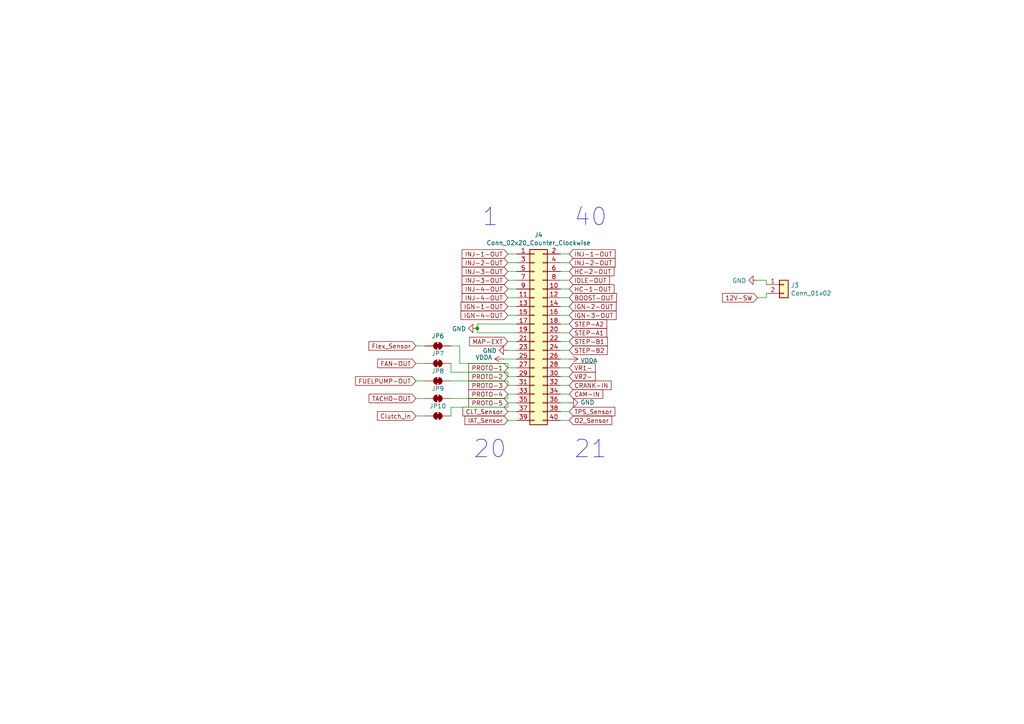
<source format=kicad_sch>
(kicad_sch (version 20250114) (generator "eeschema") (generator_version "9.0")
  (paper "A4")
  (title_block (title "0.4") (date "2021-03-27") (rev "4d") (company "Speeduino"))
  (lib_symbols
    (symbol "Connector_Generic:Conn_01x02" (pin_names (offset 1.016) (hide yes))
      (property "Reference" "J" (at 0 2.54 0))
      (property "Value" "Conn_01x02" (at 0 -5.08 0))
      (symbol "Conn_01x02_1_1"
        (rectangle (start -1.27 1.27) (end 1.27 -3.81) (stroke (width 0.254)) (fill (type background)))
        (rectangle (start -1.27 0.127) (end 0 -0.127) (stroke (width 0.1524)))
        (rectangle (start -1.27 -2.413) (end 0 -2.667) (stroke (width 0.1524)))
        (pin passive line (at -5.08 0 0) (length 3.81) (name "Pin_1") (number "1"))
        (pin passive line (at -5.08 -2.54 0) (length 3.81) (name "Pin_2") (number "2"))
      )
    )
    (symbol "Connector_Generic:Conn_02x20_Odd_Even" (pin_names (offset 1.016) (hide yes))
      (property "Reference" "J" (at 1.27 25.4 0))
      (property "Value" "Conn_02x20_Odd_Even" (at 1.27 -27.94 0))
      (symbol "Conn_02x20_Odd_Even_1_1"
        (rectangle (start -1.27 24.13) (end 3.81 -26.67) (stroke (width 0.254)) (fill (type background)))
        (rectangle (start -1.27 22.987) (end 0 22.733) (stroke (width 0.1524)))
        (rectangle (start -1.27 20.447) (end 0 20.193) (stroke (width 0.1524)))
        (rectangle (start -1.27 17.907) (end 0 17.653) (stroke (width 0.1524)))
        (rectangle (start -1.27 15.367) (end 0 15.113) (stroke (width 0.1524)))
        (rectangle (start -1.27 12.827) (end 0 12.573) (stroke (width 0.1524)))
        (rectangle (start -1.27 10.287) (end 0 10.033) (stroke (width 0.1524)))
        (rectangle (start -1.27 7.747) (end 0 7.493) (stroke (width 0.1524)))
        (rectangle (start -1.27 5.207) (end 0 4.953) (stroke (width 0.1524)))
        (rectangle (start -1.27 2.667) (end 0 2.413) (stroke (width 0.1524)))
        (rectangle (start -1.27 0.127) (end 0 -0.127) (stroke (width 0.1524)))
        (rectangle (start -1.27 -2.413) (end 0 -2.667) (stroke (width 0.1524)))
        (rectangle (start -1.27 -4.953) (end 0 -5.207) (stroke (width 0.1524)))
        (rectangle (start -1.27 -7.493) (end 0 -7.747) (stroke (width 0.1524)))
        (rectangle (start -1.27 -10.033) (end 0 -10.287) (stroke (width 0.1524)))
        (rectangle (start -1.27 -12.573) (end 0 -12.827) (stroke (width 0.1524)))
        (rectangle (start -1.27 -15.113) (end 0 -15.367) (stroke (width 0.1524)))
        (rectangle (start -1.27 -17.653) (end 0 -17.907) (stroke (width 0.1524)))
        (rectangle (start -1.27 -20.193) (end 0 -20.447) (stroke (width 0.1524)))
        (rectangle (start -1.27 -22.733) (end 0 -22.987) (stroke (width 0.1524)))
        (rectangle (start -1.27 -25.273) (end 0 -25.527) (stroke (width 0.1524)))
        (rectangle (start 3.81 22.987) (end 2.54 22.733) (stroke (width 0.1524)))
        (rectangle (start 3.81 20.447) (end 2.54 20.193) (stroke (width 0.1524)))
        (rectangle (start 3.81 17.907) (end 2.54 17.653) (stroke (width 0.1524)))
        (rectangle (start 3.81 15.367) (end 2.54 15.113) (stroke (width 0.1524)))
        (rectangle (start 3.81 12.827) (end 2.54 12.573) (stroke (width 0.1524)))
        (rectangle (start 3.81 10.287) (end 2.54 10.033) (stroke (width 0.1524)))
        (rectangle (start 3.81 7.747) (end 2.54 7.493) (stroke (width 0.1524)))
        (rectangle (start 3.81 5.207) (end 2.54 4.953) (stroke (width 0.1524)))
        (rectangle (start 3.81 2.667) (end 2.54 2.413) (stroke (width 0.1524)))
        (rectangle (start 3.81 0.127) (end 2.54 -0.127) (stroke (width 0.1524)))
        (rectangle (start 3.81 -2.413) (end 2.54 -2.667) (stroke (width 0.1524)))
        (rectangle (start 3.81 -4.953) (end 2.54 -5.207) (stroke (width 0.1524)))
        (rectangle (start 3.81 -7.493) (end 2.54 -7.747) (stroke (width 0.1524)))
        (rectangle (start 3.81 -10.033) (end 2.54 -10.287) (stroke (width 0.1524)))
        (rectangle (start 3.81 -12.573) (end 2.54 -12.827) (stroke (width 0.1524)))
        (rectangle (start 3.81 -15.113) (end 2.54 -15.367) (stroke (width 0.1524)))
        (rectangle (start 3.81 -17.653) (end 2.54 -17.907) (stroke (width 0.1524)))
        (rectangle (start 3.81 -20.193) (end 2.54 -20.447) (stroke (width 0.1524)))
        (rectangle (start 3.81 -22.733) (end 2.54 -22.987) (stroke (width 0.1524)))
        (rectangle (start 3.81 -25.273) (end 2.54 -25.527) (stroke (width 0.1524)))
        (pin passive line (at -5.08 22.86 0) (length 3.81) (name "Pin_1") (number "1"))
        (pin passive line (at -5.08 20.32 0) (length 3.81) (name "Pin_3") (number "3"))
        (pin passive line (at -5.08 17.78 0) (length 3.81) (name "Pin_5") (number "5"))
        (pin passive line (at -5.08 15.24 0) (length 3.81) (name "Pin_7") (number "7"))
        (pin passive line (at -5.08 12.7 0) (length 3.81) (name "Pin_9") (number "9"))
        (pin passive line (at -5.08 10.16 0) (length 3.81) (name "Pin_11") (number "11"))
        (pin passive line (at -5.08 7.62 0) (length 3.81) (name "Pin_13") (number "13"))
        (pin passive line (at -5.08 5.08 0) (length 3.81) (name "Pin_15") (number "15"))
        (pin passive line (at -5.08 2.54 0) (length 3.81) (name "Pin_17") (number "17"))
        (pin passive line (at -5.08 0 0) (length 3.81) (name "Pin_19") (number "19"))
        (pin passive line (at -5.08 -2.54 0) (length 3.81) (name "Pin_21") (number "21"))
        (pin passive line (at -5.08 -5.08 0) (length 3.81) (name "Pin_23") (number "23"))
        (pin passive line (at -5.08 -7.62 0) (length 3.81) (name "Pin_25") (number "25"))
        (pin passive line (at -5.08 -10.16 0) (length 3.81) (name "Pin_27") (number "27"))
        (pin passive line (at -5.08 -12.7 0) (length 3.81) (name "Pin_29") (number "29"))
        (pin passive line (at -5.08 -15.24 0) (length 3.81) (name "Pin_31") (number "31"))
        (pin passive line (at -5.08 -17.78 0) (length 3.81) (name "Pin_33") (number "33"))
        (pin passive line (at -5.08 -20.32 0) (length 3.81) (name "Pin_35") (number "35"))
        (pin passive line (at -5.08 -22.86 0) (length 3.81) (name "Pin_37") (number "37"))
        (pin passive line (at -5.08 -25.4 0) (length 3.81) (name "Pin_39") (number "39"))
        (pin passive line (at 7.62 22.86 180) (length 3.81) (name "Pin_2") (number "2"))
        (pin passive line (at 7.62 20.32 180) (length 3.81) (name "Pin_4") (number "4"))
        (pin passive line (at 7.62 17.78 180) (length 3.81) (name "Pin_6") (number "6"))
        (pin passive line (at 7.62 15.24 180) (length 3.81) (name "Pin_8") (number "8"))
        (pin passive line (at 7.62 12.7 180) (length 3.81) (name "Pin_10") (number "10"))
        (pin passive line (at 7.62 10.16 180) (length 3.81) (name "Pin_12") (number "12"))
        (pin passive line (at 7.62 7.62 180) (length 3.81) (name "Pin_14") (number "14"))
        (pin passive line (at 7.62 5.08 180) (length 3.81) (name "Pin_16") (number "16"))
        (pin passive line (at 7.62 2.54 180) (length 3.81) (name "Pin_18") (number "18"))
        (pin passive line (at 7.62 0 180) (length 3.81) (name "Pin_20") (number "20"))
        (pin passive line (at 7.62 -2.54 180) (length 3.81) (name "Pin_22") (number "22"))
        (pin passive line (at 7.62 -5.08 180) (length 3.81) (name "Pin_24") (number "24"))
        (pin passive line (at 7.62 -7.62 180) (length 3.81) (name "Pin_26") (number "26"))
        (pin passive line (at 7.62 -10.16 180) (length 3.81) (name "Pin_28") (number "28"))
        (pin passive line (at 7.62 -12.7 180) (length 3.81) (name "Pin_30") (number "30"))
        (pin passive line (at 7.62 -15.24 180) (length 3.81) (name "Pin_32") (number "32"))
        (pin passive line (at 7.62 -17.78 180) (length 3.81) (name "Pin_34") (number "34"))
        (pin passive line (at 7.62 -20.32 180) (length 3.81) (name "Pin_36") (number "36"))
        (pin passive line (at 7.62 -22.86 180) (length 3.81) (name "Pin_38") (number "38"))
        (pin passive line (at 7.62 -25.4 180) (length 3.81) (name "Pin_40") (number "40"))
      )
    )
    (symbol "Jumper:SolderJumper_2_Bridged" (pin_numbers (hide yes)) (pin_names (offset 0) (hide yes)) (in_bom no)
      (property "Reference" "JP" (at 0 2.032 0))
      (property "Value" "SolderJumper_2_Bridged" (at 0 -2.54 0))
      (symbol "SolderJumper_2_Bridged_0_1"
        (rectangle (start -0.508 0.508) (end 0.508 -0.508) (fill (type outline)))
        (polyline (pts (xy -0.254 1.016) (xy -0.254 -1.016)))
        (arc (start -0.254 -1.016) (mid -1.2656 0) (end -0.254 1.016))
        (arc (start -0.254 -1.016) (mid -1.2656 0) (end -0.254 1.016) (fill (type outline)))
        (arc (start 0.254 1.016) (mid 1.2656 0) (end 0.254 -1.016))
        (arc (start 0.254 1.016) (mid 1.2656 0) (end 0.254 -1.016) (fill (type outline)))
        (polyline (pts (xy 0.254 1.016) (xy 0.254 -1.016)))
      )
      (symbol "SolderJumper_2_Bridged_1_1"
        (pin passive line (at -3.81 0 0) (length 2.54) (name "A") (number "1"))
        (pin passive line (at 3.81 0 180) (length 2.54) (name "B") (number "2"))
      )
    )
    (symbol "power:GND" (power) (pin_numbers (hide yes)) (pin_names (offset 0) (hide yes))
      (property "Value" "GND" (at 0 -3.81 0))
      (symbol "GND_0_1"
        (polyline (pts (xy 0 0) (xy 0 -1.27) (xy 1.27 -1.27) (xy 0 -2.54) (xy -1.27 -1.27) (xy 0 -1.27)))
      )
      (symbol "GND_1_1"
        (pin power_in line (at 0 0 270) (length 0) (name "~") (number "1"))
      )
    )
    (symbol "power:VDDA" (power) (pin_numbers (hide yes)) (pin_names (offset 0) (hide yes))
      (property "Value" "VDDA" (at 0 3.556 0))
      (symbol "VDDA_0_1"
        (polyline (pts (xy -0.762 1.27) (xy 0 2.54)))
        (polyline (pts (xy 0 2.54) (xy 0.762 1.27)))
        (polyline (pts (xy 0 0) (xy 0 2.54)))
      )
      (symbol "VDDA_1_1"
        (pin power_in line (at 0 0 90) (length 0) (name "~") (number "1"))
      )
    )
  )
  (text "20" (at 137.16 133.35 0) (effects (font (size 5.08 5.08)) (justify left bottom)))
  (text "1" (at 139.7 66.04 0) (effects (font (size 5.08 5.08)) (justify left bottom)))
  (text "21" (at 166.37 133.35 0) (effects (font (size 5.08 5.08)) (justify left bottom)))
  (text "40" (at 166.37 66.04 0) (effects (font (size 5.08 5.08)) (justify left bottom)))
  (junction (at 138.43 95.25))
  (wire (pts (xy 165.1 83.82) (xy 162.56 83.82)))
  (wire (pts (xy 149.86 86.36) (xy 147.32 86.36)))
  (wire (pts (xy 222.25 86.36) (xy 222.25 85.09)))
  (wire (pts (xy 162.56 101.6) (xy 165.1 101.6)))
  (wire (pts (xy 149.86 109.22) (xy 147.32 109.22)))
  (wire (pts (xy 162.56 96.52) (xy 165.1 96.52)))
  (wire (pts (xy 149.86 116.84) (xy 147.32 116.84)))
  (wire (pts (xy 130.81 105.41) (xy 130.81 107.95)))
  (wire (pts (xy 165.1 114.3) (xy 162.56 114.3)))
  (wire (pts (xy 147.32 88.9) (xy 149.86 88.9)))
  (wire (pts (xy 165.1 119.38) (xy 162.56 119.38)))
  (wire (pts (xy 162.56 73.66) (xy 165.1 73.66)))
  (wire (pts (xy 165.1 88.9) (xy 162.56 88.9)))
  (wire (pts (xy 120.65 115.57) (xy 123.19 115.57)))
  (wire (pts (xy 149.86 91.44) (xy 147.32 91.44)))
  (wire (pts (xy 133.35 105.41) (xy 147.32 105.41)))
  (wire (pts (xy 120.65 120.65) (xy 123.19 120.65)))
  (wire (pts (xy 146.05 104.14) (xy 149.86 104.14)))
  (wire (pts (xy 162.56 78.74) (xy 165.1 78.74)))
  (wire (pts (xy 165.1 86.36) (xy 162.56 86.36)))
  (wire (pts (xy 138.43 93.98) (xy 138.43 95.25)))
  (wire (pts (xy 130.81 100.33) (xy 133.35 100.33)))
  (wire (pts (xy 147.32 73.66) (xy 149.86 73.66)))
  (wire (pts (xy 147.32 115.57) (xy 147.32 114.3)))
  (wire (pts (xy 162.56 91.44) (xy 165.1 91.44)))
  (wire (pts (xy 162.56 116.84) (xy 165.1 116.84)))
  (wire (pts (xy 222.25 81.28) (xy 222.25 82.55)))
  (wire (pts (xy 147.32 78.74) (xy 149.86 78.74)))
  (wire (pts (xy 162.56 111.76) (xy 165.1 111.76)))
  (wire (pts (xy 165.1 93.98) (xy 162.56 93.98)))
  (wire (pts (xy 120.65 100.33) (xy 123.19 100.33)))
  (wire (pts (xy 165.1 76.2) (xy 162.56 76.2)))
  (wire (pts (xy 147.32 83.82) (xy 149.86 83.82)))
  (wire (pts (xy 147.32 110.49) (xy 147.32 111.76)))
  (wire (pts (xy 219.71 86.36) (xy 222.25 86.36)))
  (wire (pts (xy 130.81 110.49) (xy 147.32 110.49)))
  (wire (pts (xy 120.65 105.41) (xy 123.19 105.41)))
  (wire (pts (xy 147.32 111.76) (xy 149.86 111.76)))
  (wire (pts (xy 147.32 101.6) (xy 149.86 101.6)))
  (wire (pts (xy 149.86 114.3) (xy 147.32 114.3)))
  (wire (pts (xy 147.32 106.68) (xy 149.86 106.68)))
  (wire (pts (xy 138.43 96.52) (xy 138.43 95.25)))
  (wire (pts (xy 219.71 81.28) (xy 222.25 81.28)))
  (wire (pts (xy 149.86 81.28) (xy 147.32 81.28)))
  (wire (pts (xy 165.1 109.22) (xy 162.56 109.22)))
  (wire (pts (xy 133.35 100.33) (xy 133.35 105.41)))
  (wire (pts (xy 149.86 119.38) (xy 147.32 119.38)))
  (wire (pts (xy 147.32 118.11) (xy 147.32 116.84)))
  (wire (pts (xy 147.32 99.06) (xy 149.86 99.06)))
  (wire (pts (xy 165.1 99.06) (xy 162.56 99.06)))
  (wire (pts (xy 120.65 110.49) (xy 123.19 110.49)))
  (wire (pts (xy 162.56 106.68) (xy 165.1 106.68)))
  (wire (pts (xy 130.81 115.57) (xy 147.32 115.57)))
  (wire (pts (xy 147.32 121.92) (xy 149.86 121.92)))
  (wire (pts (xy 130.81 107.95) (xy 147.32 107.95)))
  (wire (pts (xy 162.56 121.92) (xy 165.1 121.92)))
  (wire (pts (xy 149.86 76.2) (xy 147.32 76.2)))
  (wire (pts (xy 147.32 107.95) (xy 147.32 109.22)))
  (wire (pts (xy 147.32 105.41) (xy 147.32 106.68)))
  (wire (pts (xy 130.81 118.11) (xy 147.32 118.11)))
  (wire (pts (xy 149.86 93.98) (xy 138.43 93.98)))
  (wire (pts (xy 130.81 120.65) (xy 130.81 118.11)))
  (wire (pts (xy 165.1 104.14) (xy 162.56 104.14)))
  (wire (pts (xy 162.56 81.28) (xy 165.1 81.28)))
  (wire (pts (xy 149.86 96.52) (xy 138.43 96.52)))
  (global_label "INJ-1-OUT" (shape input) (at 165.1 73.66 0) (property "Intersheetrefs" "${INTERSHEET_REFS}" (effects (hide yes))))
  (global_label "PROTO-2" (shape input) (at 147.32 109.22 180) (property "Intersheetrefs" "${INTERSHEET_REFS}" (effects (hide yes))))
  (global_label "IDLE-OUT" (shape input) (at 165.1 81.28 0) (property "Intersheetrefs" "${INTERSHEET_REFS}" (effects (hide yes))))
  (global_label "PROTO-4" (shape input) (at 147.32 114.3 180) (property "Intersheetrefs" "${INTERSHEET_REFS}" (effects (hide yes))))
  (global_label "IGN-4-OUT" (shape input) (at 147.32 91.44 180) (property "Intersheetrefs" "${INTERSHEET_REFS}" (effects (hide yes))))
  (global_label "BOOST-OUT" (shape input) (at 165.1 86.36 0) (property "Intersheetrefs" "${INTERSHEET_REFS}" (effects (hide yes))))
  (global_label "INJ-1-OUT" (shape input) (at 147.32 73.66 180) (property "Intersheetrefs" "${INTERSHEET_REFS}" (effects (hide yes))))
  (global_label "VR1-" (shape input) (at 165.1 106.68 0) (property "Intersheetrefs" "${INTERSHEET_REFS}" (effects (hide yes))))
  (global_label "TACHO-OUT" (shape input) (at 120.65 115.57 180) (property "Intersheetrefs" "${INTERSHEET_REFS}" (effects (hide yes))))
  (global_label "PROTO-1" (shape input) (at 147.32 106.68 180) (property "Intersheetrefs" "${INTERSHEET_REFS}" (effects (hide yes))))
  (global_label "HC-2-OUT" (shape input) (at 165.1 78.74 0) (property "Intersheetrefs" "${INTERSHEET_REFS}" (effects (hide yes))))
  (global_label "PROTO-3" (shape input) (at 147.32 111.76 180) (property "Intersheetrefs" "${INTERSHEET_REFS}" (effects (hide yes))))
  (global_label "O2_Sensor" (shape input) (at 165.1 121.92 0) (property "Intersheetrefs" "${INTERSHEET_REFS}" (effects (hide yes))))
  (global_label "IGN-3-OUT" (shape input) (at 165.1 91.44 0) (property "Intersheetrefs" "${INTERSHEET_REFS}" (effects (hide yes))))
  (global_label "CAM-IN" (shape input) (at 165.1 114.3 0) (property "Intersheetrefs" "${INTERSHEET_REFS}" (effects (hide yes))))
  (global_label "VR2-" (shape input) (at 165.1 109.22 0) (property "Intersheetrefs" "${INTERSHEET_REFS}" (effects (hide yes))))
  (global_label "PROTO-5" (shape input) (at 147.32 116.84 180) (property "Intersheetrefs" "${INTERSHEET_REFS}" (effects (hide yes))))
  (global_label "HC-1-OUT" (shape input) (at 165.1 83.82 0) (property "Intersheetrefs" "${INTERSHEET_REFS}" (effects (hide yes))))
  (global_label "INJ-3-OUT" (shape input) (at 147.32 81.28 180) (property "Intersheetrefs" "${INTERSHEET_REFS}" (effects (hide yes))))
  (global_label "12V-SW" (shape input) (at 219.71 86.36 180) (property "Intersheetrefs" "${INTERSHEET_REFS}" (effects (hide yes))))
  (global_label "STEP-A1" (shape input) (at 165.1 96.52 0) (property "Intersheetrefs" "${INTERSHEET_REFS}" (effects (hide yes))))
  (global_label "TPS_Sensor" (shape input) (at 165.1 119.38 0) (property "Intersheetrefs" "${INTERSHEET_REFS}" (effects (hide yes))))
  (global_label "FAN-OUT" (shape input) (at 120.65 105.41 180) (property "Intersheetrefs" "${INTERSHEET_REFS}" (effects (hide yes))))
  (global_label "STEP-B1" (shape input) (at 165.1 99.06 0) (property "Intersheetrefs" "${INTERSHEET_REFS}" (effects (hide yes))))
  (global_label "IGN-1-OUT" (shape input) (at 147.32 88.9 180) (property "Intersheetrefs" "${INTERSHEET_REFS}" (effects (hide yes))))
  (global_label "INJ-3-OUT" (shape input) (at 147.32 78.74 180) (property "Intersheetrefs" "${INTERSHEET_REFS}" (effects (hide yes))))
  (global_label "FUELPUMP-OUT" (shape input) (at 120.65 110.49 180) (property "Intersheetrefs" "${INTERSHEET_REFS}" (effects (hide yes))))
  (global_label "INJ-2-OUT" (shape input) (at 147.32 76.2 180) (property "Intersheetrefs" "${INTERSHEET_REFS}" (effects (hide yes))))
  (global_label "CRANK-IN" (shape input) (at 165.1 111.76 0) (property "Intersheetrefs" "${INTERSHEET_REFS}" (effects (hide yes))))
  (global_label "INJ-2-OUT" (shape input) (at 165.1 76.2 0) (property "Intersheetrefs" "${INTERSHEET_REFS}" (effects (hide yes))))
  (global_label "Clutch_in" (shape input) (at 120.65 120.65 180) (property "Intersheetrefs" "${INTERSHEET_REFS}" (effects (hide yes))))
  (global_label "Flex_Sensor" (shape input) (at 120.65 100.33 180) (property "Intersheetrefs" "${INTERSHEET_REFS}" (effects (hide yes))))
  (global_label "CLT_Sensor" (shape input) (at 147.32 119.38 180) (property "Intersheetrefs" "${INTERSHEET_REFS}" (effects (hide yes))))
  (global_label "INJ-4-OUT" (shape input) (at 147.32 83.82 180) (property "Intersheetrefs" "${INTERSHEET_REFS}" (effects (hide yes))))
  (global_label "INJ-4-OUT" (shape input) (at 147.32 86.36 180) (property "Intersheetrefs" "${INTERSHEET_REFS}" (effects (hide yes))))
  (global_label "STEP-B2" (shape input) (at 165.1 101.6 0) (property "Intersheetrefs" "${INTERSHEET_REFS}" (effects (hide yes))))
  (global_label "MAP-EXT" (shape input) (at 147.32 99.06 180) (property "Intersheetrefs" "${INTERSHEET_REFS}" (effects (hide yes))))
  (global_label "STEP-A2" (shape input) (at 165.1 93.98 0) (property "Intersheetrefs" "${INTERSHEET_REFS}" (effects (hide yes))))
  (global_label "IGN-2-OUT" (shape input) (at 165.1 88.9 0) (property "Intersheetrefs" "${INTERSHEET_REFS}" (effects (hide yes))))
  (global_label "IAT_Sensor" (shape input) (at 147.32 121.92 180) (property "Intersheetrefs" "${INTERSHEET_REFS}" (effects (hide yes))))
  (symbol (lib_id "power:GND") (at 138.43 95.25 270) (unit 1)
    (property "Reference" "#PWR051" (effects (hide yes)))
    (property "Value" "GND" (at 135.1788 95.377 90) (effects (justify right)))
  )
  (symbol (lib_id "power:GND") (at 165.1 116.84 90) (unit 1)
    (property "Reference" "#PWR055" (effects (hide yes)))
    (property "Value" "GND" (at 168.3512 116.713 90) (effects (justify right)))
  )
  (symbol (lib_id "Connector_Generic:Conn_02x20_Odd_Even") (at 154.94 96.52 0) (unit 1)
    (property "Reference" "J4" (at 156.21 68.1482 0))
    (property "Value" "Conn_02x20_Counter_Clockwise" (at 156.21 70.4596 0))
    (property "Footprint" "Connector_IDC:IDC-Header_2x20_P2.54mm_Vertical" (effects (hide yes)))
  )
  (symbol (lib_id "power:VDDA") (at 165.1 104.14 270) (unit 1)
    (property "Reference" "#PWR054" (effects (hide yes)))
    (property "Value" "VDDA" (at 168.3512 104.5972 90) (effects (justify left)))
  )
  (symbol (lib_id "power:GND") (at 147.32 101.6 270) (unit 1)
    (property "Reference" "#PWR053" (effects (hide yes)))
    (property "Value" "GND" (at 144.0688 101.727 90) (effects (justify right)))
  )
  (symbol (lib_id "power:VDDA") (at 146.05 104.14 90) (unit 1)
    (property "Reference" "#PWR052" (effects (hide yes)))
    (property "Value" "VDDA" (at 142.7988 103.6828 90) (effects (justify left)))
  )
  (symbol (lib_id "Connector_Generic:Conn_01x02") (at 227.33 82.55 0) (unit 1)
    (property "Reference" "J3" (at 229.362 82.7532 0) (effects (justify left)))
    (property "Value" "Conn_01x02" (at 229.362 85.0646 0) (effects (justify left)))
    (property "Footprint" "TerminalBlock_Phoenix:TerminalBlock_Phoenix_PT-1,5-2-5.0-H_1x02_P5.00mm_Horizontal" (effects (hide yes)))
  )
  (symbol (lib_id "power:GND") (at 219.71 81.28 270) (unit 1)
    (property "Reference" "#PWR0109" (effects (hide yes)))
    (property "Value" "GND" (at 216.4588 81.407 90) (effects (justify right)))
  )
  (symbol (lib_id "Jumper:SolderJumper_2_Bridged") (at 127 105.41 0) (unit 1)
    (property "Reference" "JP7" (at 127 102.5398 0))
    (property "Value" "SolderJumper_2_Bridged" (effects (hide yes)))
    (property "Footprint" "Jumper:SolderJumper-2_P1.3mm_Bridged_Pad1.0x1.5mm" (effects (hide yes)))
  )
  (symbol (lib_id "Jumper:SolderJumper_2_Bridged") (at 127 110.49 0) (unit 1)
    (property "Reference" "JP8" (at 127 107.6198 0))
    (property "Value" "SolderJumper_2_Bridged" (effects (hide yes)))
    (property "Footprint" "Jumper:SolderJumper-2_P1.3mm_Bridged_Pad1.0x1.5mm" (effects (hide yes)))
  )
  (symbol (lib_id "Jumper:SolderJumper_2_Bridged") (at 127 115.57 0) (unit 1)
    (property "Reference" "JP9" (at 127 112.6998 0))
    (property "Value" "SolderJumper_2_Bridged" (effects (hide yes)))
    (property "Footprint" "Jumper:SolderJumper-2_P1.3mm_Bridged_Pad1.0x1.5mm" (effects (hide yes)))
  )
  (symbol (lib_id "Jumper:SolderJumper_2_Bridged") (at 127 120.65 0) (unit 1)
    (property "Reference" "JP10" (at 127 117.7798 0))
    (property "Value" "SolderJumper_2_Bridged" (effects (hide yes)))
    (property "Footprint" "Jumper:SolderJumper-2_P1.3mm_Bridged_Pad1.0x1.5mm" (effects (hide yes)))
  )
  (symbol (lib_id "Jumper:SolderJumper_2_Bridged") (at 127 100.33 0) (unit 1)
    (property "Reference" "JP6" (at 127 97.4598 0))
    (property "Value" "SolderJumper_2_Bridged" (effects (hide yes)))
    (property "Footprint" "Jumper:SolderJumper-2_P1.3mm_Bridged_Pad1.0x1.5mm" (effects (hide yes)))
  )
)
</source>
